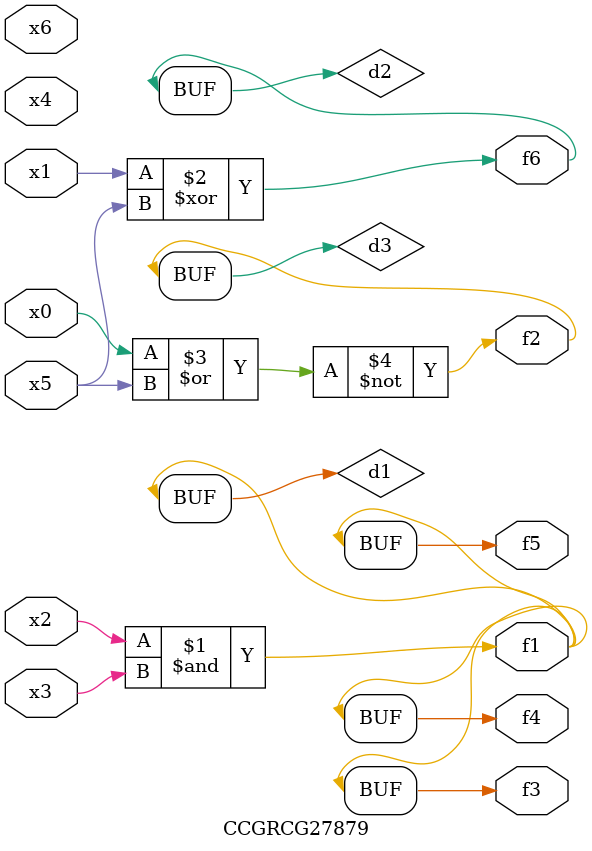
<source format=v>
module CCGRCG27879(
	input x0, x1, x2, x3, x4, x5, x6,
	output f1, f2, f3, f4, f5, f6
);

	wire d1, d2, d3;

	and (d1, x2, x3);
	xor (d2, x1, x5);
	nor (d3, x0, x5);
	assign f1 = d1;
	assign f2 = d3;
	assign f3 = d1;
	assign f4 = d1;
	assign f5 = d1;
	assign f6 = d2;
endmodule

</source>
